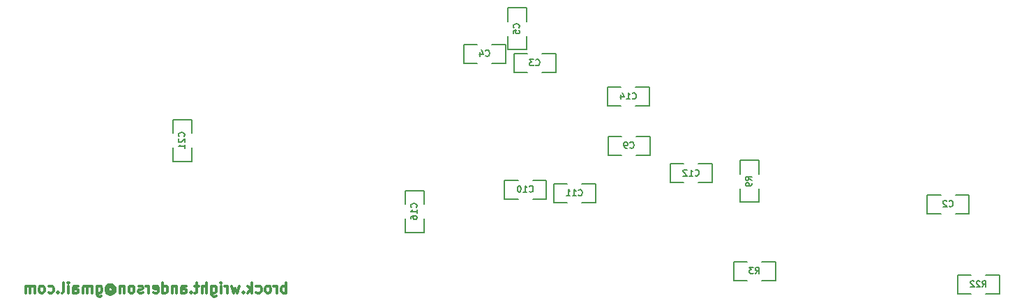
<source format=gbo>
G04 (created by PCBNEW-RS274X (2012-01-19 BZR 3256)-stable) date 10/27/2012 1:23:42 PM*
G01*
G70*
G90*
%MOIN*%
G04 Gerber Fmt 3.4, Leading zero omitted, Abs format*
%FSLAX34Y34*%
G04 APERTURE LIST*
%ADD10C,0.006000*%
%ADD11C,0.012000*%
%ADD12C,0.005000*%
G04 APERTURE END LIST*
G54D10*
G54D11*
X43426Y-47302D02*
X43426Y-46802D01*
X43426Y-46993D02*
X43378Y-46969D01*
X43283Y-46969D01*
X43235Y-46993D01*
X43212Y-47017D01*
X43188Y-47064D01*
X43188Y-47207D01*
X43212Y-47255D01*
X43235Y-47279D01*
X43283Y-47302D01*
X43378Y-47302D01*
X43426Y-47279D01*
X42974Y-47302D02*
X42974Y-46969D01*
X42974Y-47064D02*
X42950Y-47017D01*
X42926Y-46993D01*
X42879Y-46969D01*
X42831Y-46969D01*
X42593Y-47302D02*
X42640Y-47279D01*
X42664Y-47255D01*
X42688Y-47207D01*
X42688Y-47064D01*
X42664Y-47017D01*
X42640Y-46993D01*
X42593Y-46969D01*
X42521Y-46969D01*
X42473Y-46993D01*
X42450Y-47017D01*
X42426Y-47064D01*
X42426Y-47207D01*
X42450Y-47255D01*
X42473Y-47279D01*
X42521Y-47302D01*
X42593Y-47302D01*
X41998Y-47279D02*
X42045Y-47302D01*
X42141Y-47302D01*
X42188Y-47279D01*
X42212Y-47255D01*
X42236Y-47207D01*
X42236Y-47064D01*
X42212Y-47017D01*
X42188Y-46993D01*
X42141Y-46969D01*
X42045Y-46969D01*
X41998Y-46993D01*
X41783Y-47302D02*
X41783Y-46802D01*
X41735Y-47112D02*
X41592Y-47302D01*
X41592Y-46969D02*
X41783Y-47160D01*
X41378Y-47255D02*
X41354Y-47279D01*
X41378Y-47302D01*
X41402Y-47279D01*
X41378Y-47255D01*
X41378Y-47302D01*
X41188Y-46969D02*
X41092Y-47302D01*
X40997Y-47064D01*
X40902Y-47302D01*
X40807Y-46969D01*
X40616Y-47302D02*
X40616Y-46969D01*
X40616Y-47064D02*
X40592Y-47017D01*
X40568Y-46993D01*
X40521Y-46969D01*
X40473Y-46969D01*
X40306Y-47302D02*
X40306Y-46969D01*
X40306Y-46802D02*
X40330Y-46826D01*
X40306Y-46850D01*
X40282Y-46826D01*
X40306Y-46802D01*
X40306Y-46850D01*
X39854Y-46969D02*
X39854Y-47374D01*
X39877Y-47421D01*
X39901Y-47445D01*
X39949Y-47469D01*
X40020Y-47469D01*
X40068Y-47445D01*
X39854Y-47279D02*
X39901Y-47302D01*
X39997Y-47302D01*
X40044Y-47279D01*
X40068Y-47255D01*
X40092Y-47207D01*
X40092Y-47064D01*
X40068Y-47017D01*
X40044Y-46993D01*
X39997Y-46969D01*
X39901Y-46969D01*
X39854Y-46993D01*
X39616Y-47302D02*
X39616Y-46802D01*
X39402Y-47302D02*
X39402Y-47040D01*
X39425Y-46993D01*
X39473Y-46969D01*
X39545Y-46969D01*
X39592Y-46993D01*
X39616Y-47017D01*
X39235Y-46969D02*
X39045Y-46969D01*
X39164Y-46802D02*
X39164Y-47231D01*
X39140Y-47279D01*
X39093Y-47302D01*
X39045Y-47302D01*
X38878Y-47255D02*
X38854Y-47279D01*
X38878Y-47302D01*
X38902Y-47279D01*
X38878Y-47255D01*
X38878Y-47302D01*
X38426Y-47302D02*
X38426Y-47040D01*
X38449Y-46993D01*
X38497Y-46969D01*
X38592Y-46969D01*
X38640Y-46993D01*
X38426Y-47279D02*
X38473Y-47302D01*
X38592Y-47302D01*
X38640Y-47279D01*
X38664Y-47231D01*
X38664Y-47183D01*
X38640Y-47136D01*
X38592Y-47112D01*
X38473Y-47112D01*
X38426Y-47088D01*
X38188Y-46969D02*
X38188Y-47302D01*
X38188Y-47017D02*
X38164Y-46993D01*
X38117Y-46969D01*
X38045Y-46969D01*
X37997Y-46993D01*
X37974Y-47040D01*
X37974Y-47302D01*
X37522Y-47302D02*
X37522Y-46802D01*
X37522Y-47279D02*
X37569Y-47302D01*
X37665Y-47302D01*
X37712Y-47279D01*
X37736Y-47255D01*
X37760Y-47207D01*
X37760Y-47064D01*
X37736Y-47017D01*
X37712Y-46993D01*
X37665Y-46969D01*
X37569Y-46969D01*
X37522Y-46993D01*
X37093Y-47279D02*
X37141Y-47302D01*
X37236Y-47302D01*
X37284Y-47279D01*
X37308Y-47231D01*
X37308Y-47040D01*
X37284Y-46993D01*
X37236Y-46969D01*
X37141Y-46969D01*
X37093Y-46993D01*
X37070Y-47040D01*
X37070Y-47088D01*
X37308Y-47136D01*
X36855Y-47302D02*
X36855Y-46969D01*
X36855Y-47064D02*
X36831Y-47017D01*
X36807Y-46993D01*
X36760Y-46969D01*
X36712Y-46969D01*
X36569Y-47279D02*
X36521Y-47302D01*
X36426Y-47302D01*
X36378Y-47279D01*
X36354Y-47231D01*
X36354Y-47207D01*
X36378Y-47160D01*
X36426Y-47136D01*
X36497Y-47136D01*
X36545Y-47112D01*
X36569Y-47064D01*
X36569Y-47040D01*
X36545Y-46993D01*
X36497Y-46969D01*
X36426Y-46969D01*
X36378Y-46993D01*
X36069Y-47302D02*
X36116Y-47279D01*
X36140Y-47255D01*
X36164Y-47207D01*
X36164Y-47064D01*
X36140Y-47017D01*
X36116Y-46993D01*
X36069Y-46969D01*
X35997Y-46969D01*
X35949Y-46993D01*
X35926Y-47017D01*
X35902Y-47064D01*
X35902Y-47207D01*
X35926Y-47255D01*
X35949Y-47279D01*
X35997Y-47302D01*
X36069Y-47302D01*
X35688Y-46969D02*
X35688Y-47302D01*
X35688Y-47017D02*
X35664Y-46993D01*
X35617Y-46969D01*
X35545Y-46969D01*
X35497Y-46993D01*
X35474Y-47040D01*
X35474Y-47302D01*
X34926Y-47064D02*
X34950Y-47040D01*
X34998Y-47017D01*
X35045Y-47017D01*
X35093Y-47040D01*
X35117Y-47064D01*
X35141Y-47112D01*
X35141Y-47160D01*
X35117Y-47207D01*
X35093Y-47231D01*
X35045Y-47255D01*
X34998Y-47255D01*
X34950Y-47231D01*
X34926Y-47207D01*
X34926Y-47017D02*
X34926Y-47207D01*
X34903Y-47231D01*
X34879Y-47231D01*
X34831Y-47207D01*
X34807Y-47160D01*
X34807Y-47040D01*
X34855Y-46969D01*
X34926Y-46921D01*
X35022Y-46898D01*
X35117Y-46921D01*
X35188Y-46969D01*
X35236Y-47040D01*
X35260Y-47136D01*
X35236Y-47231D01*
X35188Y-47302D01*
X35117Y-47350D01*
X35022Y-47374D01*
X34926Y-47350D01*
X34855Y-47302D01*
X34379Y-46969D02*
X34379Y-47374D01*
X34402Y-47421D01*
X34426Y-47445D01*
X34474Y-47469D01*
X34545Y-47469D01*
X34593Y-47445D01*
X34379Y-47279D02*
X34426Y-47302D01*
X34522Y-47302D01*
X34569Y-47279D01*
X34593Y-47255D01*
X34617Y-47207D01*
X34617Y-47064D01*
X34593Y-47017D01*
X34569Y-46993D01*
X34522Y-46969D01*
X34426Y-46969D01*
X34379Y-46993D01*
X34141Y-47302D02*
X34141Y-46969D01*
X34141Y-47017D02*
X34117Y-46993D01*
X34070Y-46969D01*
X33998Y-46969D01*
X33950Y-46993D01*
X33927Y-47040D01*
X33927Y-47302D01*
X33927Y-47040D02*
X33903Y-46993D01*
X33855Y-46969D01*
X33784Y-46969D01*
X33736Y-46993D01*
X33712Y-47040D01*
X33712Y-47302D01*
X33260Y-47302D02*
X33260Y-47040D01*
X33283Y-46993D01*
X33331Y-46969D01*
X33426Y-46969D01*
X33474Y-46993D01*
X33260Y-47279D02*
X33307Y-47302D01*
X33426Y-47302D01*
X33474Y-47279D01*
X33498Y-47231D01*
X33498Y-47183D01*
X33474Y-47136D01*
X33426Y-47112D01*
X33307Y-47112D01*
X33260Y-47088D01*
X33022Y-47302D02*
X33022Y-46969D01*
X33022Y-46802D02*
X33046Y-46826D01*
X33022Y-46850D01*
X32998Y-46826D01*
X33022Y-46802D01*
X33022Y-46850D01*
X32713Y-47302D02*
X32760Y-47279D01*
X32784Y-47231D01*
X32784Y-46802D01*
X32522Y-47255D02*
X32498Y-47279D01*
X32522Y-47302D01*
X32546Y-47279D01*
X32522Y-47255D01*
X32522Y-47302D01*
X32070Y-47279D02*
X32117Y-47302D01*
X32213Y-47302D01*
X32260Y-47279D01*
X32284Y-47255D01*
X32308Y-47207D01*
X32308Y-47064D01*
X32284Y-47017D01*
X32260Y-46993D01*
X32213Y-46969D01*
X32117Y-46969D01*
X32070Y-46993D01*
X31784Y-47302D02*
X31831Y-47279D01*
X31855Y-47255D01*
X31879Y-47207D01*
X31879Y-47064D01*
X31855Y-47017D01*
X31831Y-46993D01*
X31784Y-46969D01*
X31712Y-46969D01*
X31664Y-46993D01*
X31641Y-47017D01*
X31617Y-47064D01*
X31617Y-47207D01*
X31641Y-47255D01*
X31664Y-47279D01*
X31712Y-47302D01*
X31784Y-47302D01*
X31403Y-47302D02*
X31403Y-46969D01*
X31403Y-47017D02*
X31379Y-46993D01*
X31332Y-46969D01*
X31260Y-46969D01*
X31212Y-46993D01*
X31189Y-47040D01*
X31189Y-47302D01*
X31189Y-47040D02*
X31165Y-46993D01*
X31117Y-46969D01*
X31046Y-46969D01*
X30998Y-46993D01*
X30974Y-47040D01*
X30974Y-47302D01*
G54D12*
X51900Y-36300D02*
X51900Y-35400D01*
X51900Y-35400D02*
X52550Y-35400D01*
X53250Y-36300D02*
X53900Y-36300D01*
X53900Y-36300D02*
X53900Y-35400D01*
X53900Y-35400D02*
X53250Y-35400D01*
X52550Y-36300D02*
X51900Y-36300D01*
X66800Y-45800D02*
X66800Y-46700D01*
X66800Y-46700D02*
X66150Y-46700D01*
X65450Y-45800D02*
X64800Y-45800D01*
X64800Y-45800D02*
X64800Y-46700D01*
X64800Y-46700D02*
X65450Y-46700D01*
X66150Y-45800D02*
X66800Y-45800D01*
X66000Y-42950D02*
X65100Y-42950D01*
X65100Y-42950D02*
X65100Y-42300D01*
X66000Y-41600D02*
X66000Y-40950D01*
X66000Y-40950D02*
X65100Y-40950D01*
X65100Y-40950D02*
X65100Y-41600D01*
X66000Y-42300D02*
X66000Y-42950D01*
X56300Y-35850D02*
X56300Y-36750D01*
X56300Y-36750D02*
X55650Y-36750D01*
X54950Y-35850D02*
X54300Y-35850D01*
X54300Y-35850D02*
X54300Y-36750D01*
X54300Y-36750D02*
X54950Y-36750D01*
X55650Y-35850D02*
X56300Y-35850D01*
X74050Y-43500D02*
X74050Y-42600D01*
X74050Y-42600D02*
X74700Y-42600D01*
X75400Y-43500D02*
X76050Y-43500D01*
X76050Y-43500D02*
X76050Y-42600D01*
X76050Y-42600D02*
X75400Y-42600D01*
X74700Y-43500D02*
X74050Y-43500D01*
X58775Y-38350D02*
X58775Y-37450D01*
X58775Y-37450D02*
X59425Y-37450D01*
X60125Y-38350D02*
X60775Y-38350D01*
X60775Y-38350D02*
X60775Y-37450D01*
X60775Y-37450D02*
X60125Y-37450D01*
X59425Y-38350D02*
X58775Y-38350D01*
X54900Y-35650D02*
X54000Y-35650D01*
X54000Y-35650D02*
X54000Y-35000D01*
X54900Y-34300D02*
X54900Y-33650D01*
X54900Y-33650D02*
X54000Y-33650D01*
X54000Y-33650D02*
X54000Y-34300D01*
X54900Y-35000D02*
X54900Y-35650D01*
X58800Y-40700D02*
X58800Y-39800D01*
X58800Y-39800D02*
X59450Y-39800D01*
X60150Y-40700D02*
X60800Y-40700D01*
X60800Y-40700D02*
X60800Y-39800D01*
X60800Y-39800D02*
X60150Y-39800D01*
X59450Y-40700D02*
X58800Y-40700D01*
X55850Y-41900D02*
X55850Y-42800D01*
X55850Y-42800D02*
X55200Y-42800D01*
X54500Y-41900D02*
X53850Y-41900D01*
X53850Y-41900D02*
X53850Y-42800D01*
X53850Y-42800D02*
X54500Y-42800D01*
X55200Y-41900D02*
X55850Y-41900D01*
X56200Y-42975D02*
X56200Y-42075D01*
X56200Y-42075D02*
X56850Y-42075D01*
X57550Y-42975D02*
X58200Y-42975D01*
X58200Y-42975D02*
X58200Y-42075D01*
X58200Y-42075D02*
X57550Y-42075D01*
X56850Y-42975D02*
X56200Y-42975D01*
X61775Y-42025D02*
X61775Y-41125D01*
X61775Y-41125D02*
X62425Y-41125D01*
X63125Y-42025D02*
X63775Y-42025D01*
X63775Y-42025D02*
X63775Y-41125D01*
X63775Y-41125D02*
X63125Y-41125D01*
X62425Y-42025D02*
X61775Y-42025D01*
X49100Y-42400D02*
X50000Y-42400D01*
X50000Y-42400D02*
X50000Y-43050D01*
X49100Y-43750D02*
X49100Y-44400D01*
X49100Y-44400D02*
X50000Y-44400D01*
X50000Y-44400D02*
X50000Y-43750D01*
X49100Y-43050D02*
X49100Y-42400D01*
X38900Y-41000D02*
X38000Y-41000D01*
X38000Y-41000D02*
X38000Y-40350D01*
X38900Y-39650D02*
X38900Y-39000D01*
X38900Y-39000D02*
X38000Y-39000D01*
X38000Y-39000D02*
X38000Y-39650D01*
X38900Y-40350D02*
X38900Y-41000D01*
X75500Y-47350D02*
X75500Y-46450D01*
X75500Y-46450D02*
X76150Y-46450D01*
X76850Y-47350D02*
X77500Y-47350D01*
X77500Y-47350D02*
X77500Y-46450D01*
X77500Y-46450D02*
X76850Y-46450D01*
X76150Y-47350D02*
X75500Y-47350D01*
X52950Y-35943D02*
X52964Y-35957D01*
X53007Y-35971D01*
X53036Y-35971D01*
X53079Y-35957D01*
X53107Y-35929D01*
X53122Y-35900D01*
X53136Y-35843D01*
X53136Y-35800D01*
X53122Y-35743D01*
X53107Y-35714D01*
X53079Y-35686D01*
X53036Y-35671D01*
X53007Y-35671D01*
X52964Y-35686D01*
X52950Y-35700D01*
X52693Y-35771D02*
X52693Y-35971D01*
X52764Y-35657D02*
X52836Y-35871D01*
X52650Y-35871D01*
X65850Y-46371D02*
X65950Y-46229D01*
X66022Y-46371D02*
X66022Y-46071D01*
X65907Y-46071D01*
X65879Y-46086D01*
X65864Y-46100D01*
X65850Y-46129D01*
X65850Y-46171D01*
X65864Y-46200D01*
X65879Y-46214D01*
X65907Y-46229D01*
X66022Y-46229D01*
X65750Y-46071D02*
X65564Y-46071D01*
X65664Y-46186D01*
X65622Y-46186D01*
X65593Y-46200D01*
X65579Y-46214D01*
X65564Y-46243D01*
X65564Y-46314D01*
X65579Y-46343D01*
X65593Y-46357D01*
X65622Y-46371D01*
X65707Y-46371D01*
X65736Y-46357D01*
X65750Y-46343D01*
X65671Y-41900D02*
X65529Y-41800D01*
X65671Y-41728D02*
X65371Y-41728D01*
X65371Y-41843D01*
X65386Y-41871D01*
X65400Y-41886D01*
X65429Y-41900D01*
X65471Y-41900D01*
X65500Y-41886D01*
X65514Y-41871D01*
X65529Y-41843D01*
X65529Y-41728D01*
X65671Y-42043D02*
X65671Y-42100D01*
X65657Y-42128D01*
X65643Y-42143D01*
X65600Y-42171D01*
X65543Y-42186D01*
X65429Y-42186D01*
X65400Y-42171D01*
X65386Y-42157D01*
X65371Y-42128D01*
X65371Y-42071D01*
X65386Y-42043D01*
X65400Y-42028D01*
X65429Y-42014D01*
X65500Y-42014D01*
X65529Y-42028D01*
X65543Y-42043D01*
X65557Y-42071D01*
X65557Y-42128D01*
X65543Y-42157D01*
X65529Y-42171D01*
X65500Y-42186D01*
X55350Y-36393D02*
X55364Y-36407D01*
X55407Y-36421D01*
X55436Y-36421D01*
X55479Y-36407D01*
X55507Y-36379D01*
X55522Y-36350D01*
X55536Y-36293D01*
X55536Y-36250D01*
X55522Y-36193D01*
X55507Y-36164D01*
X55479Y-36136D01*
X55436Y-36121D01*
X55407Y-36121D01*
X55364Y-36136D01*
X55350Y-36150D01*
X55250Y-36121D02*
X55064Y-36121D01*
X55164Y-36236D01*
X55122Y-36236D01*
X55093Y-36250D01*
X55079Y-36264D01*
X55064Y-36293D01*
X55064Y-36364D01*
X55079Y-36393D01*
X55093Y-36407D01*
X55122Y-36421D01*
X55207Y-36421D01*
X55236Y-36407D01*
X55250Y-36393D01*
X75100Y-43143D02*
X75114Y-43157D01*
X75157Y-43171D01*
X75186Y-43171D01*
X75229Y-43157D01*
X75257Y-43129D01*
X75272Y-43100D01*
X75286Y-43043D01*
X75286Y-43000D01*
X75272Y-42943D01*
X75257Y-42914D01*
X75229Y-42886D01*
X75186Y-42871D01*
X75157Y-42871D01*
X75114Y-42886D01*
X75100Y-42900D01*
X74986Y-42900D02*
X74972Y-42886D01*
X74943Y-42871D01*
X74872Y-42871D01*
X74843Y-42886D01*
X74829Y-42900D01*
X74814Y-42929D01*
X74814Y-42957D01*
X74829Y-43000D01*
X75000Y-43171D01*
X74814Y-43171D01*
X59968Y-37993D02*
X59982Y-38007D01*
X60025Y-38021D01*
X60054Y-38021D01*
X60097Y-38007D01*
X60125Y-37979D01*
X60140Y-37950D01*
X60154Y-37893D01*
X60154Y-37850D01*
X60140Y-37793D01*
X60125Y-37764D01*
X60097Y-37736D01*
X60054Y-37721D01*
X60025Y-37721D01*
X59982Y-37736D01*
X59968Y-37750D01*
X59682Y-38021D02*
X59854Y-38021D01*
X59768Y-38021D02*
X59768Y-37721D01*
X59797Y-37764D01*
X59825Y-37793D01*
X59854Y-37807D01*
X59425Y-37821D02*
X59425Y-38021D01*
X59496Y-37707D02*
X59568Y-37921D01*
X59382Y-37921D01*
X54543Y-34600D02*
X54557Y-34586D01*
X54571Y-34543D01*
X54571Y-34514D01*
X54557Y-34471D01*
X54529Y-34443D01*
X54500Y-34428D01*
X54443Y-34414D01*
X54400Y-34414D01*
X54343Y-34428D01*
X54314Y-34443D01*
X54286Y-34471D01*
X54271Y-34514D01*
X54271Y-34543D01*
X54286Y-34586D01*
X54300Y-34600D01*
X54271Y-34871D02*
X54271Y-34728D01*
X54414Y-34714D01*
X54400Y-34728D01*
X54386Y-34757D01*
X54386Y-34828D01*
X54400Y-34857D01*
X54414Y-34871D01*
X54443Y-34886D01*
X54514Y-34886D01*
X54543Y-34871D01*
X54557Y-34857D01*
X54571Y-34828D01*
X54571Y-34757D01*
X54557Y-34728D01*
X54543Y-34714D01*
X59850Y-40343D02*
X59864Y-40357D01*
X59907Y-40371D01*
X59936Y-40371D01*
X59979Y-40357D01*
X60007Y-40329D01*
X60022Y-40300D01*
X60036Y-40243D01*
X60036Y-40200D01*
X60022Y-40143D01*
X60007Y-40114D01*
X59979Y-40086D01*
X59936Y-40071D01*
X59907Y-40071D01*
X59864Y-40086D01*
X59850Y-40100D01*
X59707Y-40371D02*
X59650Y-40371D01*
X59622Y-40357D01*
X59607Y-40343D01*
X59579Y-40300D01*
X59564Y-40243D01*
X59564Y-40129D01*
X59579Y-40100D01*
X59593Y-40086D01*
X59622Y-40071D01*
X59679Y-40071D01*
X59707Y-40086D01*
X59722Y-40100D01*
X59736Y-40129D01*
X59736Y-40200D01*
X59722Y-40229D01*
X59707Y-40243D01*
X59679Y-40257D01*
X59622Y-40257D01*
X59593Y-40243D01*
X59579Y-40229D01*
X59564Y-40200D01*
X55043Y-42443D02*
X55057Y-42457D01*
X55100Y-42471D01*
X55129Y-42471D01*
X55172Y-42457D01*
X55200Y-42429D01*
X55215Y-42400D01*
X55229Y-42343D01*
X55229Y-42300D01*
X55215Y-42243D01*
X55200Y-42214D01*
X55172Y-42186D01*
X55129Y-42171D01*
X55100Y-42171D01*
X55057Y-42186D01*
X55043Y-42200D01*
X54757Y-42471D02*
X54929Y-42471D01*
X54843Y-42471D02*
X54843Y-42171D01*
X54872Y-42214D01*
X54900Y-42243D01*
X54929Y-42257D01*
X54571Y-42171D02*
X54543Y-42171D01*
X54514Y-42186D01*
X54500Y-42200D01*
X54486Y-42229D01*
X54471Y-42286D01*
X54471Y-42357D01*
X54486Y-42414D01*
X54500Y-42443D01*
X54514Y-42457D01*
X54543Y-42471D01*
X54571Y-42471D01*
X54600Y-42457D01*
X54614Y-42443D01*
X54629Y-42414D01*
X54643Y-42357D01*
X54643Y-42286D01*
X54629Y-42229D01*
X54614Y-42200D01*
X54600Y-42186D01*
X54571Y-42171D01*
X57393Y-42618D02*
X57407Y-42632D01*
X57450Y-42646D01*
X57479Y-42646D01*
X57522Y-42632D01*
X57550Y-42604D01*
X57565Y-42575D01*
X57579Y-42518D01*
X57579Y-42475D01*
X57565Y-42418D01*
X57550Y-42389D01*
X57522Y-42361D01*
X57479Y-42346D01*
X57450Y-42346D01*
X57407Y-42361D01*
X57393Y-42375D01*
X57107Y-42646D02*
X57279Y-42646D01*
X57193Y-42646D02*
X57193Y-42346D01*
X57222Y-42389D01*
X57250Y-42418D01*
X57279Y-42432D01*
X56821Y-42646D02*
X56993Y-42646D01*
X56907Y-42646D02*
X56907Y-42346D01*
X56936Y-42389D01*
X56964Y-42418D01*
X56993Y-42432D01*
X62968Y-41668D02*
X62982Y-41682D01*
X63025Y-41696D01*
X63054Y-41696D01*
X63097Y-41682D01*
X63125Y-41654D01*
X63140Y-41625D01*
X63154Y-41568D01*
X63154Y-41525D01*
X63140Y-41468D01*
X63125Y-41439D01*
X63097Y-41411D01*
X63054Y-41396D01*
X63025Y-41396D01*
X62982Y-41411D01*
X62968Y-41425D01*
X62682Y-41696D02*
X62854Y-41696D01*
X62768Y-41696D02*
X62768Y-41396D01*
X62797Y-41439D01*
X62825Y-41468D01*
X62854Y-41482D01*
X62568Y-41425D02*
X62554Y-41411D01*
X62525Y-41396D01*
X62454Y-41396D01*
X62425Y-41411D01*
X62411Y-41425D01*
X62396Y-41454D01*
X62396Y-41482D01*
X62411Y-41525D01*
X62582Y-41696D01*
X62396Y-41696D01*
X49643Y-43207D02*
X49657Y-43193D01*
X49671Y-43150D01*
X49671Y-43121D01*
X49657Y-43078D01*
X49629Y-43050D01*
X49600Y-43035D01*
X49543Y-43021D01*
X49500Y-43021D01*
X49443Y-43035D01*
X49414Y-43050D01*
X49386Y-43078D01*
X49371Y-43121D01*
X49371Y-43150D01*
X49386Y-43193D01*
X49400Y-43207D01*
X49671Y-43493D02*
X49671Y-43321D01*
X49671Y-43407D02*
X49371Y-43407D01*
X49414Y-43378D01*
X49443Y-43350D01*
X49457Y-43321D01*
X49371Y-43750D02*
X49371Y-43693D01*
X49386Y-43664D01*
X49400Y-43650D01*
X49443Y-43621D01*
X49500Y-43607D01*
X49614Y-43607D01*
X49643Y-43621D01*
X49657Y-43636D01*
X49671Y-43664D01*
X49671Y-43721D01*
X49657Y-43750D01*
X49643Y-43764D01*
X49614Y-43779D01*
X49543Y-43779D01*
X49514Y-43764D01*
X49500Y-43750D01*
X49486Y-43721D01*
X49486Y-43664D01*
X49500Y-43636D01*
X49514Y-43621D01*
X49543Y-43607D01*
X38543Y-39807D02*
X38557Y-39793D01*
X38571Y-39750D01*
X38571Y-39721D01*
X38557Y-39678D01*
X38529Y-39650D01*
X38500Y-39635D01*
X38443Y-39621D01*
X38400Y-39621D01*
X38343Y-39635D01*
X38314Y-39650D01*
X38286Y-39678D01*
X38271Y-39721D01*
X38271Y-39750D01*
X38286Y-39793D01*
X38300Y-39807D01*
X38300Y-39921D02*
X38286Y-39935D01*
X38271Y-39964D01*
X38271Y-40035D01*
X38286Y-40064D01*
X38300Y-40078D01*
X38329Y-40093D01*
X38357Y-40093D01*
X38400Y-40078D01*
X38571Y-39907D01*
X38571Y-40093D01*
X38571Y-40379D02*
X38571Y-40207D01*
X38571Y-40293D02*
X38271Y-40293D01*
X38314Y-40264D01*
X38343Y-40236D01*
X38357Y-40207D01*
X76693Y-47021D02*
X76793Y-46879D01*
X76865Y-47021D02*
X76865Y-46721D01*
X76750Y-46721D01*
X76722Y-46736D01*
X76707Y-46750D01*
X76693Y-46779D01*
X76693Y-46821D01*
X76707Y-46850D01*
X76722Y-46864D01*
X76750Y-46879D01*
X76865Y-46879D01*
X76579Y-46750D02*
X76565Y-46736D01*
X76536Y-46721D01*
X76465Y-46721D01*
X76436Y-46736D01*
X76422Y-46750D01*
X76407Y-46779D01*
X76407Y-46807D01*
X76422Y-46850D01*
X76593Y-47021D01*
X76407Y-47021D01*
X76293Y-46750D02*
X76279Y-46736D01*
X76250Y-46721D01*
X76179Y-46721D01*
X76150Y-46736D01*
X76136Y-46750D01*
X76121Y-46779D01*
X76121Y-46807D01*
X76136Y-46850D01*
X76307Y-47021D01*
X76121Y-47021D01*
M02*

</source>
